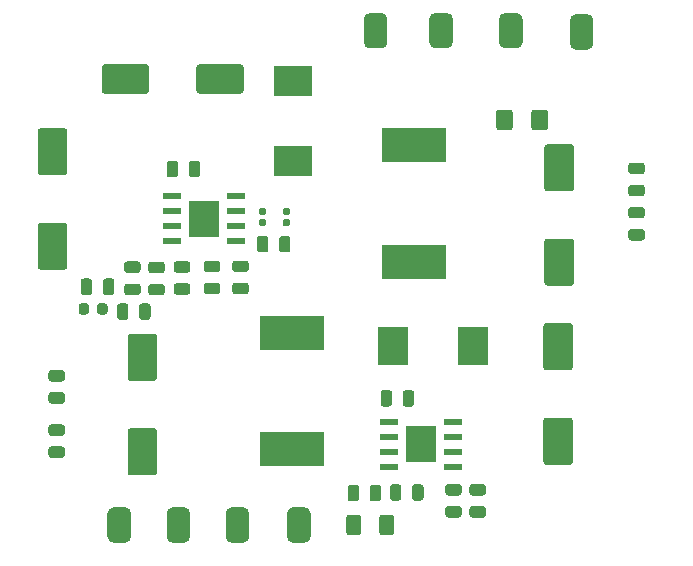
<source format=gbr>
%TF.GenerationSoftware,KiCad,Pcbnew,(5.1.6)-1*%
%TF.CreationDate,2021-04-02T17:33:40+02:00*%
%TF.ProjectId,48-24,34382d32-342e-46b6-9963-61645f706362,rev?*%
%TF.SameCoordinates,Original*%
%TF.FileFunction,Paste,Top*%
%TF.FilePolarity,Positive*%
%FSLAX46Y46*%
G04 Gerber Fmt 4.6, Leading zero omitted, Abs format (unit mm)*
G04 Created by KiCad (PCBNEW (5.1.6)-1) date 2021-04-02 17:33:40*
%MOMM*%
%LPD*%
G01*
G04 APERTURE LIST*
%ADD10R,1.550000X0.600000*%
%ADD11R,2.600000X3.100000*%
%ADD12R,5.400000X2.900000*%
%ADD13R,3.300000X2.500000*%
%ADD14R,2.500000X3.300000*%
G04 APERTURE END LIST*
%TO.C,J16*%
G36*
G01*
X87100000Y-137900000D02*
X87100000Y-135900000D01*
G75*
G02*
X87600000Y-135400000I500000J0D01*
G01*
X88600000Y-135400000D01*
G75*
G02*
X89100000Y-135900000I0J-500000D01*
G01*
X89100000Y-137900000D01*
G75*
G02*
X88600000Y-138400000I-500000J0D01*
G01*
X87600000Y-138400000D01*
G75*
G02*
X87100000Y-137900000I0J500000D01*
G01*
G37*
%TD*%
%TO.C,J15*%
G36*
G01*
X93100000Y-138000000D02*
X93100000Y-136000000D01*
G75*
G02*
X93600000Y-135500000I500000J0D01*
G01*
X94600000Y-135500000D01*
G75*
G02*
X95100000Y-136000000I0J-500000D01*
G01*
X95100000Y-138000000D01*
G75*
G02*
X94600000Y-138500000I-500000J0D01*
G01*
X93600000Y-138500000D01*
G75*
G02*
X93100000Y-138000000I0J500000D01*
G01*
G37*
%TD*%
%TO.C,J14*%
G36*
G01*
X81200000Y-137890000D02*
X81200000Y-135890000D01*
G75*
G02*
X81700000Y-135390000I500000J0D01*
G01*
X82700000Y-135390000D01*
G75*
G02*
X83200000Y-135890000I0J-500000D01*
G01*
X83200000Y-137890000D01*
G75*
G02*
X82700000Y-138390000I-500000J0D01*
G01*
X81700000Y-138390000D01*
G75*
G02*
X81200000Y-137890000I0J500000D01*
G01*
G37*
%TD*%
%TO.C,J13*%
G36*
G01*
X75650000Y-137900000D02*
X75650000Y-135900000D01*
G75*
G02*
X76150000Y-135400000I500000J0D01*
G01*
X77150000Y-135400000D01*
G75*
G02*
X77650000Y-135900000I0J-500000D01*
G01*
X77650000Y-137900000D01*
G75*
G02*
X77150000Y-138400000I-500000J0D01*
G01*
X76150000Y-138400000D01*
G75*
G02*
X75650000Y-137900000I0J500000D01*
G01*
G37*
%TD*%
%TO.C,J12*%
G36*
G01*
X69150000Y-179750000D02*
X69150000Y-177750000D01*
G75*
G02*
X69650000Y-177250000I500000J0D01*
G01*
X70650000Y-177250000D01*
G75*
G02*
X71150000Y-177750000I0J-500000D01*
G01*
X71150000Y-179750000D01*
G75*
G02*
X70650000Y-180250000I-500000J0D01*
G01*
X69650000Y-180250000D01*
G75*
G02*
X69150000Y-179750000I0J500000D01*
G01*
G37*
%TD*%
%TO.C,J11*%
G36*
G01*
X53950000Y-179750000D02*
X53950000Y-177750000D01*
G75*
G02*
X54450000Y-177250000I500000J0D01*
G01*
X55450000Y-177250000D01*
G75*
G02*
X55950000Y-177750000I0J-500000D01*
G01*
X55950000Y-179750000D01*
G75*
G02*
X55450000Y-180250000I-500000J0D01*
G01*
X54450000Y-180250000D01*
G75*
G02*
X53950000Y-179750000I0J500000D01*
G01*
G37*
%TD*%
%TO.C,J10*%
G36*
G01*
X58950000Y-179750000D02*
X58950000Y-177750000D01*
G75*
G02*
X59450000Y-177250000I500000J0D01*
G01*
X60450000Y-177250000D01*
G75*
G02*
X60950000Y-177750000I0J-500000D01*
G01*
X60950000Y-179750000D01*
G75*
G02*
X60450000Y-180250000I-500000J0D01*
G01*
X59450000Y-180250000D01*
G75*
G02*
X58950000Y-179750000I0J500000D01*
G01*
G37*
%TD*%
%TO.C,J9*%
G36*
G01*
X63950000Y-179750000D02*
X63950000Y-177750000D01*
G75*
G02*
X64450000Y-177250000I500000J0D01*
G01*
X65450000Y-177250000D01*
G75*
G02*
X65950000Y-177750000I0J-500000D01*
G01*
X65950000Y-179750000D01*
G75*
G02*
X65450000Y-180250000I-500000J0D01*
G01*
X64450000Y-180250000D01*
G75*
G02*
X63950000Y-179750000I0J500000D01*
G01*
G37*
%TD*%
%TO.C,C17*%
G36*
G01*
X93100000Y-165650000D02*
X91100000Y-165650000D01*
G75*
G02*
X90850000Y-165400000I0J250000D01*
G01*
X90850000Y-161900000D01*
G75*
G02*
X91100000Y-161650000I250000J0D01*
G01*
X93100000Y-161650000D01*
G75*
G02*
X93350000Y-161900000I0J-250000D01*
G01*
X93350000Y-165400000D01*
G75*
G02*
X93100000Y-165650000I-250000J0D01*
G01*
G37*
G36*
G01*
X93100000Y-173650000D02*
X91100000Y-173650000D01*
G75*
G02*
X90850000Y-173400000I0J250000D01*
G01*
X90850000Y-169900000D01*
G75*
G02*
X91100000Y-169650000I250000J0D01*
G01*
X93100000Y-169650000D01*
G75*
G02*
X93350000Y-169900000I0J-250000D01*
G01*
X93350000Y-173400000D01*
G75*
G02*
X93100000Y-173650000I-250000J0D01*
G01*
G37*
%TD*%
%TO.C,C5*%
G36*
G01*
X48300000Y-153148000D02*
X50300000Y-153148000D01*
G75*
G02*
X50550000Y-153398000I0J-250000D01*
G01*
X50550000Y-156898000D01*
G75*
G02*
X50300000Y-157148000I-250000J0D01*
G01*
X48300000Y-157148000D01*
G75*
G02*
X48050000Y-156898000I0J250000D01*
G01*
X48050000Y-153398000D01*
G75*
G02*
X48300000Y-153148000I250000J0D01*
G01*
G37*
G36*
G01*
X48300000Y-145148000D02*
X50300000Y-145148000D01*
G75*
G02*
X50550000Y-145398000I0J-250000D01*
G01*
X50550000Y-148898000D01*
G75*
G02*
X50300000Y-149148000I-250000J0D01*
G01*
X48300000Y-149148000D01*
G75*
G02*
X48050000Y-148898000I0J250000D01*
G01*
X48050000Y-145398000D01*
G75*
G02*
X48300000Y-145148000I250000J0D01*
G01*
G37*
%TD*%
D10*
%TO.C,U2*%
X64839000Y-150904000D03*
X64839000Y-152174000D03*
X64839000Y-153444000D03*
X64839000Y-154714000D03*
X59439000Y-154714000D03*
X59439000Y-153444000D03*
X59439000Y-152174000D03*
X59439000Y-150904000D03*
D11*
X62139000Y-152809000D03*
%TD*%
D12*
%TO.C,L2*%
X79900000Y-146550000D03*
X79900000Y-156450000D03*
%TD*%
%TO.C,C2*%
G36*
G01*
X61800000Y-148151750D02*
X61800000Y-149064250D01*
G75*
G02*
X61556250Y-149308000I-243750J0D01*
G01*
X61068750Y-149308000D01*
G75*
G02*
X60825000Y-149064250I0J243750D01*
G01*
X60825000Y-148151750D01*
G75*
G02*
X61068750Y-147908000I243750J0D01*
G01*
X61556250Y-147908000D01*
G75*
G02*
X61800000Y-148151750I0J-243750D01*
G01*
G37*
G36*
G01*
X59925000Y-148151750D02*
X59925000Y-149064250D01*
G75*
G02*
X59681250Y-149308000I-243750J0D01*
G01*
X59193750Y-149308000D01*
G75*
G02*
X58950000Y-149064250I0J243750D01*
G01*
X58950000Y-148151750D01*
G75*
G02*
X59193750Y-147908000I243750J0D01*
G01*
X59681250Y-147908000D01*
G75*
G02*
X59925000Y-148151750I0J-243750D01*
G01*
G37*
%TD*%
%TO.C,C6*%
G36*
G01*
X53472000Y-141988000D02*
X53472000Y-139988000D01*
G75*
G02*
X53722000Y-139738000I250000J0D01*
G01*
X57222000Y-139738000D01*
G75*
G02*
X57472000Y-139988000I0J-250000D01*
G01*
X57472000Y-141988000D01*
G75*
G02*
X57222000Y-142238000I-250000J0D01*
G01*
X53722000Y-142238000D01*
G75*
G02*
X53472000Y-141988000I0J250000D01*
G01*
G37*
G36*
G01*
X61472000Y-141988000D02*
X61472000Y-139988000D01*
G75*
G02*
X61722000Y-139738000I250000J0D01*
G01*
X65222000Y-139738000D01*
G75*
G02*
X65472000Y-139988000I0J-250000D01*
G01*
X65472000Y-141988000D01*
G75*
G02*
X65222000Y-142238000I-250000J0D01*
G01*
X61722000Y-142238000D01*
G75*
G02*
X61472000Y-141988000I0J250000D01*
G01*
G37*
%TD*%
%TO.C,C8*%
G36*
G01*
X88275000Y-143825000D02*
X88275000Y-145075000D01*
G75*
G02*
X88025000Y-145325000I-250000J0D01*
G01*
X87100000Y-145325000D01*
G75*
G02*
X86850000Y-145075000I0J250000D01*
G01*
X86850000Y-143825000D01*
G75*
G02*
X87100000Y-143575000I250000J0D01*
G01*
X88025000Y-143575000D01*
G75*
G02*
X88275000Y-143825000I0J-250000D01*
G01*
G37*
G36*
G01*
X91250000Y-143825000D02*
X91250000Y-145075000D01*
G75*
G02*
X91000000Y-145325000I-250000J0D01*
G01*
X90075000Y-145325000D01*
G75*
G02*
X89825000Y-145075000I0J250000D01*
G01*
X89825000Y-143825000D01*
G75*
G02*
X90075000Y-143575000I250000J0D01*
G01*
X91000000Y-143575000D01*
G75*
G02*
X91250000Y-143825000I0J-250000D01*
G01*
G37*
%TD*%
%TO.C,C10*%
G36*
G01*
X93200000Y-150500000D02*
X91200000Y-150500000D01*
G75*
G02*
X90950000Y-150250000I0J250000D01*
G01*
X90950000Y-146750000D01*
G75*
G02*
X91200000Y-146500000I250000J0D01*
G01*
X93200000Y-146500000D01*
G75*
G02*
X93450000Y-146750000I0J-250000D01*
G01*
X93450000Y-150250000D01*
G75*
G02*
X93200000Y-150500000I-250000J0D01*
G01*
G37*
G36*
G01*
X93200000Y-158500000D02*
X91200000Y-158500000D01*
G75*
G02*
X90950000Y-158250000I0J250000D01*
G01*
X90950000Y-154750000D01*
G75*
G02*
X91200000Y-154500000I250000J0D01*
G01*
X93200000Y-154500000D01*
G75*
G02*
X93450000Y-154750000I0J-250000D01*
G01*
X93450000Y-158250000D01*
G75*
G02*
X93200000Y-158500000I-250000J0D01*
G01*
G37*
%TD*%
%TO.C,C12*%
G36*
G01*
X66919500Y-152862000D02*
X67264500Y-152862000D01*
G75*
G02*
X67412000Y-153009500I0J-147500D01*
G01*
X67412000Y-153304500D01*
G75*
G02*
X67264500Y-153452000I-147500J0D01*
G01*
X66919500Y-153452000D01*
G75*
G02*
X66772000Y-153304500I0J147500D01*
G01*
X66772000Y-153009500D01*
G75*
G02*
X66919500Y-152862000I147500J0D01*
G01*
G37*
G36*
G01*
X66919500Y-151892000D02*
X67264500Y-151892000D01*
G75*
G02*
X67412000Y-152039500I0J-147500D01*
G01*
X67412000Y-152334500D01*
G75*
G02*
X67264500Y-152482000I-147500J0D01*
G01*
X66919500Y-152482000D01*
G75*
G02*
X66772000Y-152334500I0J147500D01*
G01*
X66772000Y-152039500D01*
G75*
G02*
X66919500Y-151892000I147500J0D01*
G01*
G37*
%TD*%
%TO.C,C14*%
G36*
G01*
X68935500Y-151909000D02*
X69280500Y-151909000D01*
G75*
G02*
X69428000Y-152056500I0J-147500D01*
G01*
X69428000Y-152351500D01*
G75*
G02*
X69280500Y-152499000I-147500J0D01*
G01*
X68935500Y-152499000D01*
G75*
G02*
X68788000Y-152351500I0J147500D01*
G01*
X68788000Y-152056500D01*
G75*
G02*
X68935500Y-151909000I147500J0D01*
G01*
G37*
G36*
G01*
X68935500Y-152879000D02*
X69280500Y-152879000D01*
G75*
G02*
X69428000Y-153026500I0J-147500D01*
G01*
X69428000Y-153321500D01*
G75*
G02*
X69280500Y-153469000I-147500J0D01*
G01*
X68935500Y-153469000D01*
G75*
G02*
X68788000Y-153321500I0J147500D01*
G01*
X68788000Y-153026500D01*
G75*
G02*
X68935500Y-152879000I147500J0D01*
G01*
G37*
%TD*%
%TO.C,C15*%
G36*
G01*
X78050000Y-167563750D02*
X78050000Y-168476250D01*
G75*
G02*
X77806250Y-168720000I-243750J0D01*
G01*
X77318750Y-168720000D01*
G75*
G02*
X77075000Y-168476250I0J243750D01*
G01*
X77075000Y-167563750D01*
G75*
G02*
X77318750Y-167320000I243750J0D01*
G01*
X77806250Y-167320000D01*
G75*
G02*
X78050000Y-167563750I0J-243750D01*
G01*
G37*
G36*
G01*
X79925000Y-167563750D02*
X79925000Y-168476250D01*
G75*
G02*
X79681250Y-168720000I-243750J0D01*
G01*
X79193750Y-168720000D01*
G75*
G02*
X78950000Y-168476250I0J243750D01*
G01*
X78950000Y-167563750D01*
G75*
G02*
X79193750Y-167320000I243750J0D01*
G01*
X79681250Y-167320000D01*
G75*
G02*
X79925000Y-167563750I0J-243750D01*
G01*
G37*
%TD*%
%TO.C,C18*%
G36*
G01*
X75425000Y-178125000D02*
X75425000Y-179375000D01*
G75*
G02*
X75175000Y-179625000I-250000J0D01*
G01*
X74425000Y-179625000D01*
G75*
G02*
X74175000Y-179375000I0J250000D01*
G01*
X74175000Y-178125000D01*
G75*
G02*
X74425000Y-177875000I250000J0D01*
G01*
X75175000Y-177875000D01*
G75*
G02*
X75425000Y-178125000I0J-250000D01*
G01*
G37*
G36*
G01*
X78225000Y-178125000D02*
X78225000Y-179375000D01*
G75*
G02*
X77975000Y-179625000I-250000J0D01*
G01*
X77225000Y-179625000D01*
G75*
G02*
X76975000Y-179375000I0J250000D01*
G01*
X76975000Y-178125000D01*
G75*
G02*
X77225000Y-177875000I250000J0D01*
G01*
X77975000Y-177875000D01*
G75*
G02*
X78225000Y-178125000I0J-250000D01*
G01*
G37*
%TD*%
%TO.C,C19*%
G36*
G01*
X57900000Y-166550000D02*
X55900000Y-166550000D01*
G75*
G02*
X55650000Y-166300000I0J250000D01*
G01*
X55650000Y-162800000D01*
G75*
G02*
X55900000Y-162550000I250000J0D01*
G01*
X57900000Y-162550000D01*
G75*
G02*
X58150000Y-162800000I0J-250000D01*
G01*
X58150000Y-166300000D01*
G75*
G02*
X57900000Y-166550000I-250000J0D01*
G01*
G37*
G36*
G01*
X57900000Y-174550000D02*
X55900000Y-174550000D01*
G75*
G02*
X55650000Y-174300000I0J250000D01*
G01*
X55650000Y-170800000D01*
G75*
G02*
X55900000Y-170550000I250000J0D01*
G01*
X57900000Y-170550000D01*
G75*
G02*
X58150000Y-170800000I0J-250000D01*
G01*
X58150000Y-174300000D01*
G75*
G02*
X57900000Y-174550000I-250000J0D01*
G01*
G37*
%TD*%
D13*
%TO.C,D2*%
X69632000Y-147944000D03*
X69632000Y-141144000D03*
%TD*%
%TO.C,D3*%
G36*
G01*
X53955000Y-160193750D02*
X53955000Y-160706250D01*
G75*
G02*
X53736250Y-160925000I-218750J0D01*
G01*
X53298750Y-160925000D01*
G75*
G02*
X53080000Y-160706250I0J218750D01*
G01*
X53080000Y-160193750D01*
G75*
G02*
X53298750Y-159975000I218750J0D01*
G01*
X53736250Y-159975000D01*
G75*
G02*
X53955000Y-160193750I0J-218750D01*
G01*
G37*
G36*
G01*
X52380000Y-160193750D02*
X52380000Y-160706250D01*
G75*
G02*
X52161250Y-160925000I-218750J0D01*
G01*
X51723750Y-160925000D01*
G75*
G02*
X51505000Y-160706250I0J218750D01*
G01*
X51505000Y-160193750D01*
G75*
G02*
X51723750Y-159975000I218750J0D01*
G01*
X52161250Y-159975000D01*
G75*
G02*
X52380000Y-160193750I0J-218750D01*
G01*
G37*
%TD*%
D14*
%TO.C,D4*%
X78100000Y-163550000D03*
X84900000Y-163550000D03*
%TD*%
%TO.C,D5*%
G36*
G01*
X98293750Y-153687500D02*
X99206250Y-153687500D01*
G75*
G02*
X99450000Y-153931250I0J-243750D01*
G01*
X99450000Y-154418750D01*
G75*
G02*
X99206250Y-154662500I-243750J0D01*
G01*
X98293750Y-154662500D01*
G75*
G02*
X98050000Y-154418750I0J243750D01*
G01*
X98050000Y-153931250D01*
G75*
G02*
X98293750Y-153687500I243750J0D01*
G01*
G37*
G36*
G01*
X98293750Y-151812500D02*
X99206250Y-151812500D01*
G75*
G02*
X99450000Y-152056250I0J-243750D01*
G01*
X99450000Y-152543750D01*
G75*
G02*
X99206250Y-152787500I-243750J0D01*
G01*
X98293750Y-152787500D01*
G75*
G02*
X98050000Y-152543750I0J243750D01*
G01*
X98050000Y-152056250D01*
G75*
G02*
X98293750Y-151812500I243750J0D01*
G01*
G37*
%TD*%
%TO.C,D6*%
G36*
G01*
X49193750Y-170225000D02*
X50106250Y-170225000D01*
G75*
G02*
X50350000Y-170468750I0J-243750D01*
G01*
X50350000Y-170956250D01*
G75*
G02*
X50106250Y-171200000I-243750J0D01*
G01*
X49193750Y-171200000D01*
G75*
G02*
X48950000Y-170956250I0J243750D01*
G01*
X48950000Y-170468750D01*
G75*
G02*
X49193750Y-170225000I243750J0D01*
G01*
G37*
G36*
G01*
X49193750Y-172100000D02*
X50106250Y-172100000D01*
G75*
G02*
X50350000Y-172343750I0J-243750D01*
G01*
X50350000Y-172831250D01*
G75*
G02*
X50106250Y-173075000I-243750J0D01*
G01*
X49193750Y-173075000D01*
G75*
G02*
X48950000Y-172831250I0J243750D01*
G01*
X48950000Y-172343750D01*
G75*
G02*
X49193750Y-172100000I243750J0D01*
G01*
G37*
%TD*%
D12*
%TO.C,L3*%
X69600000Y-162450000D03*
X69600000Y-172350000D03*
%TD*%
%TO.C,R2*%
G36*
G01*
X53558000Y-159030250D02*
X53558000Y-158117750D01*
G75*
G02*
X53801750Y-157874000I243750J0D01*
G01*
X54289250Y-157874000D01*
G75*
G02*
X54533000Y-158117750I0J-243750D01*
G01*
X54533000Y-159030250D01*
G75*
G02*
X54289250Y-159274000I-243750J0D01*
G01*
X53801750Y-159274000D01*
G75*
G02*
X53558000Y-159030250I0J243750D01*
G01*
G37*
G36*
G01*
X51683000Y-159030250D02*
X51683000Y-158117750D01*
G75*
G02*
X51926750Y-157874000I243750J0D01*
G01*
X52414250Y-157874000D01*
G75*
G02*
X52658000Y-158117750I0J-243750D01*
G01*
X52658000Y-159030250D01*
G75*
G02*
X52414250Y-159274000I-243750J0D01*
G01*
X51926750Y-159274000D01*
G75*
G02*
X51683000Y-159030250I0J243750D01*
G01*
G37*
%TD*%
%TO.C,R4*%
G36*
G01*
X65664250Y-157336500D02*
X64751750Y-157336500D01*
G75*
G02*
X64508000Y-157092750I0J243750D01*
G01*
X64508000Y-156605250D01*
G75*
G02*
X64751750Y-156361500I243750J0D01*
G01*
X65664250Y-156361500D01*
G75*
G02*
X65908000Y-156605250I0J-243750D01*
G01*
X65908000Y-157092750D01*
G75*
G02*
X65664250Y-157336500I-243750J0D01*
G01*
G37*
G36*
G01*
X65664250Y-159211500D02*
X64751750Y-159211500D01*
G75*
G02*
X64508000Y-158967750I0J243750D01*
G01*
X64508000Y-158480250D01*
G75*
G02*
X64751750Y-158236500I243750J0D01*
G01*
X65664250Y-158236500D01*
G75*
G02*
X65908000Y-158480250I0J-243750D01*
G01*
X65908000Y-158967750D01*
G75*
G02*
X65664250Y-159211500I-243750J0D01*
G01*
G37*
%TD*%
%TO.C,R6*%
G36*
G01*
X56514250Y-159286500D02*
X55601750Y-159286500D01*
G75*
G02*
X55358000Y-159042750I0J243750D01*
G01*
X55358000Y-158555250D01*
G75*
G02*
X55601750Y-158311500I243750J0D01*
G01*
X56514250Y-158311500D01*
G75*
G02*
X56758000Y-158555250I0J-243750D01*
G01*
X56758000Y-159042750D01*
G75*
G02*
X56514250Y-159286500I-243750J0D01*
G01*
G37*
G36*
G01*
X56514250Y-157411500D02*
X55601750Y-157411500D01*
G75*
G02*
X55358000Y-157167750I0J243750D01*
G01*
X55358000Y-156680250D01*
G75*
G02*
X55601750Y-156436500I243750J0D01*
G01*
X56514250Y-156436500D01*
G75*
G02*
X56758000Y-156680250I0J-243750D01*
G01*
X56758000Y-157167750D01*
G75*
G02*
X56514250Y-157411500I-243750J0D01*
G01*
G37*
%TD*%
%TO.C,R8*%
G36*
G01*
X59801750Y-156405500D02*
X60714250Y-156405500D01*
G75*
G02*
X60958000Y-156649250I0J-243750D01*
G01*
X60958000Y-157136750D01*
G75*
G02*
X60714250Y-157380500I-243750J0D01*
G01*
X59801750Y-157380500D01*
G75*
G02*
X59558000Y-157136750I0J243750D01*
G01*
X59558000Y-156649250D01*
G75*
G02*
X59801750Y-156405500I243750J0D01*
G01*
G37*
G36*
G01*
X59801750Y-158280500D02*
X60714250Y-158280500D01*
G75*
G02*
X60958000Y-158524250I0J-243750D01*
G01*
X60958000Y-159011750D01*
G75*
G02*
X60714250Y-159255500I-243750J0D01*
G01*
X59801750Y-159255500D01*
G75*
G02*
X59558000Y-159011750I0J243750D01*
G01*
X59558000Y-158524250D01*
G75*
G02*
X59801750Y-158280500I243750J0D01*
G01*
G37*
%TD*%
%TO.C,R10*%
G36*
G01*
X66595500Y-155430250D02*
X66595500Y-154517750D01*
G75*
G02*
X66839250Y-154274000I243750J0D01*
G01*
X67326750Y-154274000D01*
G75*
G02*
X67570500Y-154517750I0J-243750D01*
G01*
X67570500Y-155430250D01*
G75*
G02*
X67326750Y-155674000I-243750J0D01*
G01*
X66839250Y-155674000D01*
G75*
G02*
X66595500Y-155430250I0J243750D01*
G01*
G37*
G36*
G01*
X68470500Y-155430250D02*
X68470500Y-154517750D01*
G75*
G02*
X68714250Y-154274000I243750J0D01*
G01*
X69201750Y-154274000D01*
G75*
G02*
X69445500Y-154517750I0J-243750D01*
G01*
X69445500Y-155430250D01*
G75*
G02*
X69201750Y-155674000I-243750J0D01*
G01*
X68714250Y-155674000D01*
G75*
G02*
X68470500Y-155430250I0J243750D01*
G01*
G37*
%TD*%
%TO.C,R12*%
G36*
G01*
X62343750Y-156361500D02*
X63256250Y-156361500D01*
G75*
G02*
X63500000Y-156605250I0J-243750D01*
G01*
X63500000Y-157092750D01*
G75*
G02*
X63256250Y-157336500I-243750J0D01*
G01*
X62343750Y-157336500D01*
G75*
G02*
X62100000Y-157092750I0J243750D01*
G01*
X62100000Y-156605250D01*
G75*
G02*
X62343750Y-156361500I243750J0D01*
G01*
G37*
G36*
G01*
X62343750Y-158236500D02*
X63256250Y-158236500D01*
G75*
G02*
X63500000Y-158480250I0J-243750D01*
G01*
X63500000Y-158967750D01*
G75*
G02*
X63256250Y-159211500I-243750J0D01*
G01*
X62343750Y-159211500D01*
G75*
G02*
X62100000Y-158967750I0J243750D01*
G01*
X62100000Y-158480250D01*
G75*
G02*
X62343750Y-158236500I243750J0D01*
G01*
G37*
%TD*%
%TO.C,R14*%
G36*
G01*
X58564250Y-157436500D02*
X57651750Y-157436500D01*
G75*
G02*
X57408000Y-157192750I0J243750D01*
G01*
X57408000Y-156705250D01*
G75*
G02*
X57651750Y-156461500I243750J0D01*
G01*
X58564250Y-156461500D01*
G75*
G02*
X58808000Y-156705250I0J-243750D01*
G01*
X58808000Y-157192750D01*
G75*
G02*
X58564250Y-157436500I-243750J0D01*
G01*
G37*
G36*
G01*
X58564250Y-159311500D02*
X57651750Y-159311500D01*
G75*
G02*
X57408000Y-159067750I0J243750D01*
G01*
X57408000Y-158580250D01*
G75*
G02*
X57651750Y-158336500I243750J0D01*
G01*
X58564250Y-158336500D01*
G75*
G02*
X58808000Y-158580250I0J-243750D01*
G01*
X58808000Y-159067750D01*
G75*
G02*
X58564250Y-159311500I-243750J0D01*
G01*
G37*
%TD*%
%TO.C,R15*%
G36*
G01*
X85756250Y-178125000D02*
X84843750Y-178125000D01*
G75*
G02*
X84600000Y-177881250I0J243750D01*
G01*
X84600000Y-177393750D01*
G75*
G02*
X84843750Y-177150000I243750J0D01*
G01*
X85756250Y-177150000D01*
G75*
G02*
X86000000Y-177393750I0J-243750D01*
G01*
X86000000Y-177881250D01*
G75*
G02*
X85756250Y-178125000I-243750J0D01*
G01*
G37*
G36*
G01*
X85756250Y-176250000D02*
X84843750Y-176250000D01*
G75*
G02*
X84600000Y-176006250I0J243750D01*
G01*
X84600000Y-175518750D01*
G75*
G02*
X84843750Y-175275000I243750J0D01*
G01*
X85756250Y-175275000D01*
G75*
G02*
X86000000Y-175518750I0J-243750D01*
G01*
X86000000Y-176006250D01*
G75*
G02*
X85756250Y-176250000I-243750J0D01*
G01*
G37*
%TD*%
%TO.C,R16*%
G36*
G01*
X74275000Y-176506250D02*
X74275000Y-175593750D01*
G75*
G02*
X74518750Y-175350000I243750J0D01*
G01*
X75006250Y-175350000D01*
G75*
G02*
X75250000Y-175593750I0J-243750D01*
G01*
X75250000Y-176506250D01*
G75*
G02*
X75006250Y-176750000I-243750J0D01*
G01*
X74518750Y-176750000D01*
G75*
G02*
X74275000Y-176506250I0J243750D01*
G01*
G37*
G36*
G01*
X76150000Y-176506250D02*
X76150000Y-175593750D01*
G75*
G02*
X76393750Y-175350000I243750J0D01*
G01*
X76881250Y-175350000D01*
G75*
G02*
X77125000Y-175593750I0J-243750D01*
G01*
X77125000Y-176506250D01*
G75*
G02*
X76881250Y-176750000I-243750J0D01*
G01*
X76393750Y-176750000D01*
G75*
G02*
X76150000Y-176506250I0J243750D01*
G01*
G37*
%TD*%
%TO.C,R17*%
G36*
G01*
X82793750Y-177150000D02*
X83706250Y-177150000D01*
G75*
G02*
X83950000Y-177393750I0J-243750D01*
G01*
X83950000Y-177881250D01*
G75*
G02*
X83706250Y-178125000I-243750J0D01*
G01*
X82793750Y-178125000D01*
G75*
G02*
X82550000Y-177881250I0J243750D01*
G01*
X82550000Y-177393750D01*
G75*
G02*
X82793750Y-177150000I243750J0D01*
G01*
G37*
G36*
G01*
X82793750Y-175275000D02*
X83706250Y-175275000D01*
G75*
G02*
X83950000Y-175518750I0J-243750D01*
G01*
X83950000Y-176006250D01*
G75*
G02*
X83706250Y-176250000I-243750J0D01*
G01*
X82793750Y-176250000D01*
G75*
G02*
X82550000Y-176006250I0J243750D01*
G01*
X82550000Y-175518750D01*
G75*
G02*
X82793750Y-175275000I243750J0D01*
G01*
G37*
%TD*%
%TO.C,R18*%
G36*
G01*
X79737500Y-176456250D02*
X79737500Y-175543750D01*
G75*
G02*
X79981250Y-175300000I243750J0D01*
G01*
X80468750Y-175300000D01*
G75*
G02*
X80712500Y-175543750I0J-243750D01*
G01*
X80712500Y-176456250D01*
G75*
G02*
X80468750Y-176700000I-243750J0D01*
G01*
X79981250Y-176700000D01*
G75*
G02*
X79737500Y-176456250I0J243750D01*
G01*
G37*
G36*
G01*
X77862500Y-176456250D02*
X77862500Y-175543750D01*
G75*
G02*
X78106250Y-175300000I243750J0D01*
G01*
X78593750Y-175300000D01*
G75*
G02*
X78837500Y-175543750I0J-243750D01*
G01*
X78837500Y-176456250D01*
G75*
G02*
X78593750Y-176700000I-243750J0D01*
G01*
X78106250Y-176700000D01*
G75*
G02*
X77862500Y-176456250I0J243750D01*
G01*
G37*
%TD*%
%TO.C,R19*%
G36*
G01*
X54755000Y-161146250D02*
X54755000Y-160233750D01*
G75*
G02*
X54998750Y-159990000I243750J0D01*
G01*
X55486250Y-159990000D01*
G75*
G02*
X55730000Y-160233750I0J-243750D01*
G01*
X55730000Y-161146250D01*
G75*
G02*
X55486250Y-161390000I-243750J0D01*
G01*
X54998750Y-161390000D01*
G75*
G02*
X54755000Y-161146250I0J243750D01*
G01*
G37*
G36*
G01*
X56630000Y-161146250D02*
X56630000Y-160233750D01*
G75*
G02*
X56873750Y-159990000I243750J0D01*
G01*
X57361250Y-159990000D01*
G75*
G02*
X57605000Y-160233750I0J-243750D01*
G01*
X57605000Y-161146250D01*
G75*
G02*
X57361250Y-161390000I-243750J0D01*
G01*
X56873750Y-161390000D01*
G75*
G02*
X56630000Y-161146250I0J243750D01*
G01*
G37*
%TD*%
%TO.C,R20*%
G36*
G01*
X99206250Y-149042500D02*
X98293750Y-149042500D01*
G75*
G02*
X98050000Y-148798750I0J243750D01*
G01*
X98050000Y-148311250D01*
G75*
G02*
X98293750Y-148067500I243750J0D01*
G01*
X99206250Y-148067500D01*
G75*
G02*
X99450000Y-148311250I0J-243750D01*
G01*
X99450000Y-148798750D01*
G75*
G02*
X99206250Y-149042500I-243750J0D01*
G01*
G37*
G36*
G01*
X99206250Y-150917500D02*
X98293750Y-150917500D01*
G75*
G02*
X98050000Y-150673750I0J243750D01*
G01*
X98050000Y-150186250D01*
G75*
G02*
X98293750Y-149942500I243750J0D01*
G01*
X99206250Y-149942500D01*
G75*
G02*
X99450000Y-150186250I0J-243750D01*
G01*
X99450000Y-150673750D01*
G75*
G02*
X99206250Y-150917500I-243750J0D01*
G01*
G37*
%TD*%
%TO.C,R21*%
G36*
G01*
X50106250Y-168475000D02*
X49193750Y-168475000D01*
G75*
G02*
X48950000Y-168231250I0J243750D01*
G01*
X48950000Y-167743750D01*
G75*
G02*
X49193750Y-167500000I243750J0D01*
G01*
X50106250Y-167500000D01*
G75*
G02*
X50350000Y-167743750I0J-243750D01*
G01*
X50350000Y-168231250D01*
G75*
G02*
X50106250Y-168475000I-243750J0D01*
G01*
G37*
G36*
G01*
X50106250Y-166600000D02*
X49193750Y-166600000D01*
G75*
G02*
X48950000Y-166356250I0J243750D01*
G01*
X48950000Y-165868750D01*
G75*
G02*
X49193750Y-165625000I243750J0D01*
G01*
X50106250Y-165625000D01*
G75*
G02*
X50350000Y-165868750I0J-243750D01*
G01*
X50350000Y-166356250D01*
G75*
G02*
X50106250Y-166600000I-243750J0D01*
G01*
G37*
%TD*%
D11*
%TO.C,U3*%
X80504000Y-171927000D03*
D10*
X77804000Y-170022000D03*
X77804000Y-171292000D03*
X77804000Y-172562000D03*
X77804000Y-173832000D03*
X83204000Y-173832000D03*
X83204000Y-172562000D03*
X83204000Y-171292000D03*
X83204000Y-170022000D03*
%TD*%
M02*

</source>
